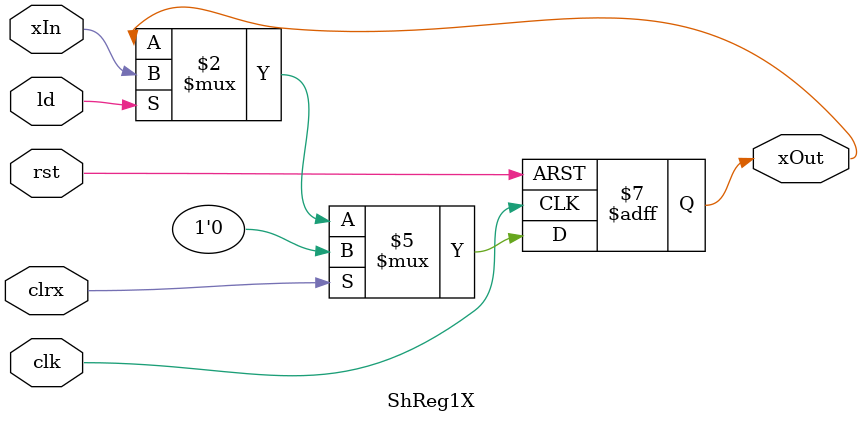
<source format=sv>

`timescale 1ns/1ns
module ShReg6X(input clk, rst, ld, shEn, A0, input[5:0] XIn, output logic[5:0] XOut);
  always @(posedge clk, posedge rst) begin
    if (rst)
      XOut <= 6'b000000;
    else begin
      if (ld)
        XOut <= XIn;
      else if (shEn)
        XOut <= {A0, XOut[5:1]};
    end
  end
endmodule

module ShReg6A(input clk, rst, ld, shEn, clrA, input[5:0] AIn, output logic[5:0] AOut);
  always @(posedge clk, posedge rst) begin
    if (rst)
      AOut <= 6'b000000;
    else begin
      if (ld)
        AOut <= AIn;
      else if (shEn)
        AOut <= {AOut[5], AOut[5:1]};
      else  if (clrA)
        AOut <= 6'b000000;
    end
  end
endmodule

module Reg6Y(input clk, rst, ld, input[5:0] YIn, output logic[5:0] YOut);
  always @(posedge clk, posedge rst) begin
    if (rst)
      YOut <= 6'b000000;
    else
      if (ld)
        YOut <= YIn;
  end
endmodule

module Reg6YBar(input clk, rst, ld, input[5:0] Y, output logic[5:0] YBar);
  always @(posedge clk, posedge rst) begin
    if (rst)
      YBar <= 6'b000000;
    else
      if (ld)
        YBar <= ~Y + 1;
  end
endmodule

module ShReg1X(input clk, rst, ld, clrx, xIn, output logic xOut);
  always @(posedge clk, posedge rst) begin
    if (rst)
      xOut <= 1'b0;
    else
      if (clrx)
        xOut <= 1'b0;
      else if (ld)
        xOut <= xIn;
  end
endmodule



</source>
